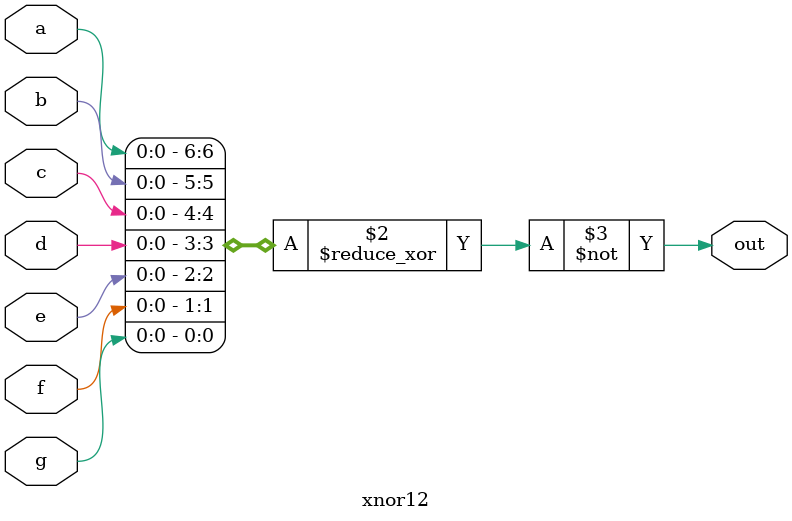
<source format=v>
module xnor12 (
  input a,
  input b,
  input c,
  input d,
  input e,
  input f,
  input g,
  output reg out
);

    always @(*) begin
        out = ~(^{a,b,c,d,e,f,g}); // XNOR using built-in operator
    end
    
    
endmodule

</source>
